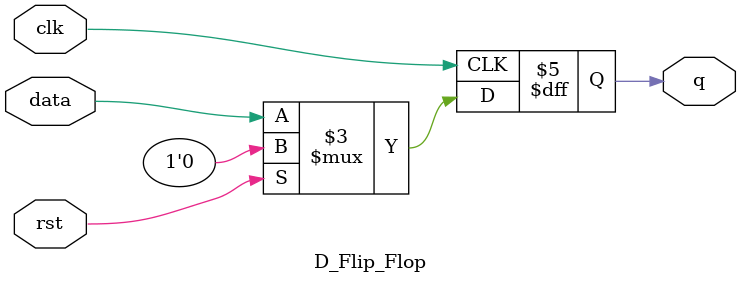
<source format=v>
module D_Flip_Flop (
 input clk,
 input rst,
 input data,
 output reg q
);

always @(posedge clk) begin
    if(rst)
     q <= 1'b0;
    else
     q <= data;
end
    
endmodule
</source>
